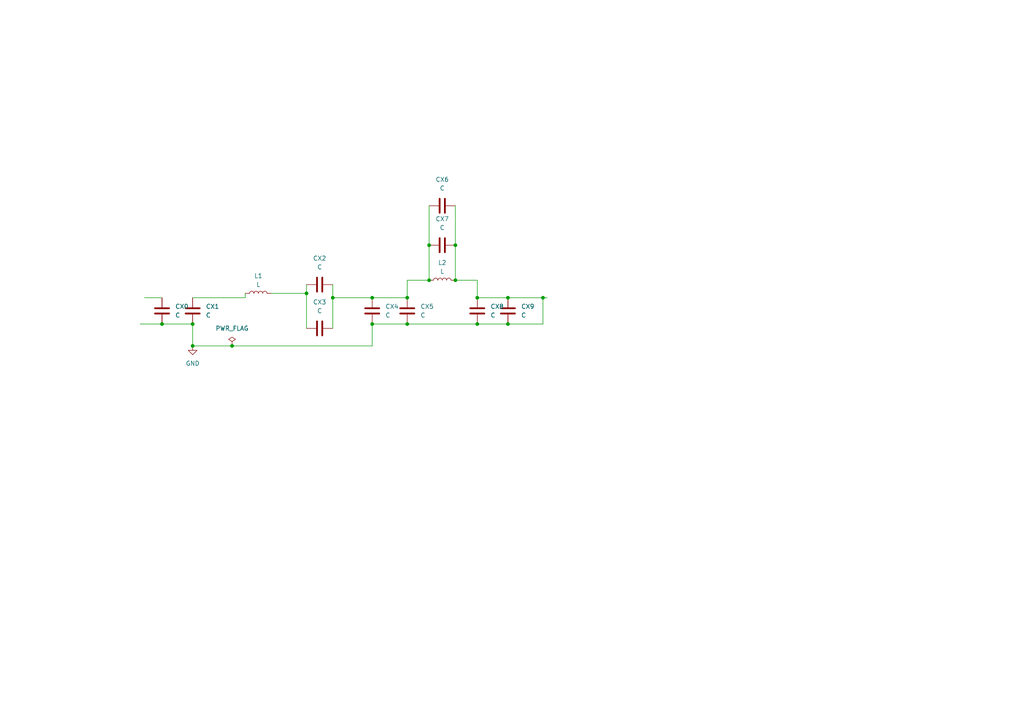
<source format=kicad_sch>
(kicad_sch (version 20230121) (generator eeschema)
  (paper "A4")
  (lib_symbols
    (symbol "Device:C" (pin_numbers hide) (pin_names (offset 0.254))
      (property "Reference" "C" (at 0.635 2.54 0))
      (property "Value" "C" (at 0.635 -2.54 0))
      (symbol "C_0_1"
        (polyline (pts (xy -2.032 -0.762) (xy 2.032 -0.762)) (stroke (width 0.508)))
        (polyline (pts (xy -2.032 0.762) (xy 2.032 0.762)) (stroke (width 0.508)))
      )
      (symbol "C_1_1"
        (pin passive line (at 0 3.81 270) (length 2.794) (name "~") (number "1"))
        (pin passive line (at 0 -3.81 90) (length 2.794) (name "~") (number "2"))
      )
    )
    (symbol "Device:L" (pin_numbers hide) (pin_names (offset 1.016) hide)
      (property "Reference" "L" (at -1.27 0 90))
      (property "Value" "L" (at 1.905 0 90))
      (symbol "L_0_1"
        (arc (start 0 -2.54) (mid 0.6323 -1.905) (end 0 -1.27))
        (arc (start 0 -1.27) (mid 0.6323 -0.635) (end 0 0))
        (arc (start 0 0) (mid 0.6323 0.635) (end 0 1.27))
        (arc (start 0 1.27) (mid 0.6323 1.905) (end 0 2.54))
      )
      (symbol "L_1_1"
        (pin passive line (at 0 3.81 270) (length 1.27) (name "1") (number "1"))
        (pin passive line (at 0 -3.81 90) (length 1.27) (name "2") (number "2"))
      )
    )
    (symbol "power:GND" (power) (pin_names (offset 0))
      (property "Value" "GND" (at 0 -3.81 0))
      (symbol "GND_0_1"
        (polyline (pts (xy 0 0) (xy 0 -1.27) (xy 1.27 -1.27) (xy 0 -2.54) (xy -1.27 -1.27) (xy 0 -1.27)))
      )
      (symbol "GND_1_1"
        (pin power_in line (at 0 0 270) (length 0) hide (name "GND") (number "1"))
      )
    )
    (symbol "power:PWR_FLAG" (power) (pin_numbers hide) (pin_names (offset 0) hide)
      (property "Value" "PWR_FLAG" (at 0 3.81 0))
      (symbol "PWR_FLAG_0_0"
        (pin power_out line (at 0 0 90) (length 0) (name "pwr") (number "1"))
      )
      (symbol "PWR_FLAG_0_1"
        (polyline (pts (xy 0 0) (xy 0 1.27) (xy -1.016 1.905) (xy 0 2.54) (xy 1.016 1.905) (xy 0 1.27)))
      )
    )
  )
  (junction (at 132.08 71.12))
  (junction (at 55.88 100.33))
  (junction (at 138.43 93.98))
  (junction (at 67.31 100.33))
  (junction (at 132.08 81.28))
  (junction (at 138.43 86.36))
  (junction (at 107.95 93.98))
  (junction (at 118.11 86.36))
  (junction (at 124.46 71.12))
  (junction (at 46.99 93.98))
  (junction (at 147.32 93.98))
  (junction (at 96.52 86.36))
  (junction (at 124.46 81.28))
  (junction (at 147.32 86.36))
  (junction (at 157.48 86.36))
  (junction (at 88.9 85.09))
  (junction (at 118.11 93.98))
  (junction (at 107.95 86.36))
  (junction (at 55.88 93.98))
  (wire (pts (xy 132.08 59.69) (xy 132.08 71.12)))
  (wire (pts (xy 41.91 86.36) (xy 46.99 86.36)))
  (wire (pts (xy 67.31 100.33) (xy 55.88 100.33)))
  (wire (pts (xy 107.95 93.98) (xy 118.11 93.98)))
  (wire (pts (xy 138.43 93.98) (xy 147.32 93.98)))
  (wire (pts (xy 55.88 86.36) (xy 71.12 86.36)))
  (wire (pts (xy 71.12 86.36) (xy 71.12 85.09)))
  (wire (pts (xy 107.95 86.36) (xy 118.11 86.36)))
  (wire (pts (xy 88.9 85.09) (xy 88.9 95.25)))
  (wire (pts (xy 124.46 71.12) (xy 124.46 81.28)))
  (wire (pts (xy 118.11 86.36) (xy 118.11 81.28)))
  (wire (pts (xy 46.99 93.98) (xy 55.88 93.98)))
  (wire (pts (xy 78.74 85.09) (xy 88.9 85.09)))
  (wire (pts (xy 107.95 93.98) (xy 107.95 100.33)))
  (wire (pts (xy 88.9 85.09) (xy 88.9 82.55)))
  (wire (pts (xy 157.48 93.98) (xy 147.32 93.98)))
  (wire (pts (xy 118.11 93.98) (xy 138.43 93.98)))
  (wire (pts (xy 55.88 100.33) (xy 55.88 93.98)))
  (wire (pts (xy 40.64 93.98) (xy 46.99 93.98)))
  (wire (pts (xy 132.08 71.12) (xy 132.08 81.28)))
  (wire (pts (xy 157.48 86.36) (xy 158.75 86.36)))
  (wire (pts (xy 118.11 81.28) (xy 124.46 81.28)))
  (wire (pts (xy 147.32 86.36) (xy 157.48 86.36)))
  (wire (pts (xy 107.95 100.33) (xy 67.31 100.33)))
  (wire (pts (xy 138.43 86.36) (xy 147.32 86.36)))
  (wire (pts (xy 96.52 86.36) (xy 96.52 95.25)))
  (wire (pts (xy 138.43 81.28) (xy 138.43 86.36)))
  (wire (pts (xy 132.08 81.28) (xy 138.43 81.28)))
  (wire (pts (xy 157.48 86.36) (xy 157.48 93.98)))
  (wire (pts (xy 96.52 82.55) (xy 96.52 86.36)))
  (wire (pts (xy 124.46 59.69) (xy 124.46 71.12)))
  (wire (pts (xy 96.52 86.36) (xy 107.95 86.36)))
  (symbol (lib_id "Device:L") (at 128.27 81.28 90) (unit 1)
    (property "Reference" "L2" (at 128.27 76.2 90))
    (property "Value" "L" (at 128.27 78.74 90))
    (property "Footprint" "Inductor_THT:L_Toroid_Vertical_L14.7mm_W8.6mm_P5.58mm_Pulse_KM-1" (effects hide))
  )
  (symbol (lib_id "power:GND") (at 55.88 100.33 0) (unit 1)
    (property "Reference" "#PWR01" (effects hide))
    (property "Value" "GND" (at 55.88 105.41 0))
  )
  (symbol (lib_id "Device:C") (at 55.88 90.17 0) (unit 1)
    (property "Reference" "CX1" (at 59.69 88.9 0) (effects (justify left)))
    (property "Value" "C" (at 59.69 91.44 0) (effects (justify left)))
    (property "Footprint" "Capacitor_SMD:C_1206_3216Metric" (effects hide))
  )
  (symbol (lib_id "Device:L") (at 74.93 85.09 90) (unit 1)
    (property "Reference" "L1" (at 74.93 80.01 90))
    (property "Value" "L" (at 74.93 82.55 90))
    (property "Footprint" "Inductor_THT:L_Toroid_Vertical_L14.7mm_W8.6mm_P5.58mm_Pulse_KM-1" (effects hide))
  )
  (symbol (lib_id "Device:C") (at 92.71 82.55 270) (unit 1)
    (property "Reference" "CX2" (at 92.71 74.93 90))
    (property "Value" "C" (at 92.71 77.47 90))
    (property "Footprint" "Capacitor_SMD:C_1206_3216Metric" (effects hide))
  )
  (symbol (lib_id "Device:C") (at 46.99 90.17 0) (unit 1)
    (property "Reference" "CX0" (at 50.8 88.9 0) (effects (justify left)))
    (property "Value" "C" (at 50.8 91.44 0) (effects (justify left)))
    (property "Footprint" "Capacitor_SMD:C_1206_3216Metric" (effects hide))
  )
  (symbol (lib_id "Device:C") (at 128.27 71.12 270) (unit 1)
    (property "Reference" "CX7" (at 128.27 63.5 90))
    (property "Value" "C" (at 128.27 66.04 90))
    (property "Footprint" "Capacitor_SMD:C_1206_3216Metric" (effects hide))
  )
  (symbol (lib_id "Device:C") (at 107.95 90.17 0) (unit 1)
    (property "Reference" "CX4" (at 111.76 88.9 0) (effects (justify left)))
    (property "Value" "C" (at 111.76 91.44 0) (effects (justify left)))
    (property "Footprint" "Capacitor_SMD:C_1206_3216Metric" (effects hide))
  )
  (symbol (lib_id "Device:C") (at 118.11 90.17 0) (unit 1)
    (property "Reference" "CX5" (at 121.92 88.9 0) (effects (justify left)))
    (property "Value" "C" (at 121.92 91.44 0) (effects (justify left)))
    (property "Footprint" "Capacitor_SMD:C_1206_3216Metric" (effects hide))
  )
  (symbol (lib_id "Device:C") (at 128.27 59.69 270) (unit 1)
    (property "Reference" "CX6" (at 128.27 52.07 90))
    (property "Value" "C" (at 128.27 54.61 90))
    (property "Footprint" "Capacitor_SMD:C_1206_3216Metric" (effects hide))
  )
  (symbol (lib_id "Device:C") (at 138.43 90.17 0) (unit 1)
    (property "Reference" "CX8" (at 142.24 88.9 0) (effects (justify left)))
    (property "Value" "C" (at 142.24 91.44 0) (effects (justify left)))
    (property "Footprint" "Capacitor_SMD:C_1206_3216Metric" (effects hide))
  )
  (symbol (lib_id "power:PWR_FLAG") (at 67.31 100.33 0) (unit 1)
    (property "Reference" "#FLG01" (effects hide))
    (property "Value" "PWR_FLAG" (at 67.31 95.25 0))
  )
  (symbol (lib_id "Device:C") (at 92.71 95.25 90) (unit 1)
    (property "Reference" "CX3" (at 92.71 87.63 90))
    (property "Value" "C" (at 92.71 90.17 90))
    (property "Footprint" "Capacitor_SMD:C_1206_3216Metric" (effects hide))
  )
  (symbol (lib_id "Device:C") (at 147.32 90.17 0) (unit 1)
    (property "Reference" "CX9" (at 151.13 88.9 0) (effects (justify left)))
    (property "Value" "C" (at 151.13 91.44 0) (effects (justify left)))
    (property "Footprint" "Capacitor_SMD:C_1206_3216Metric" (effects hide))
  )
)
</source>
